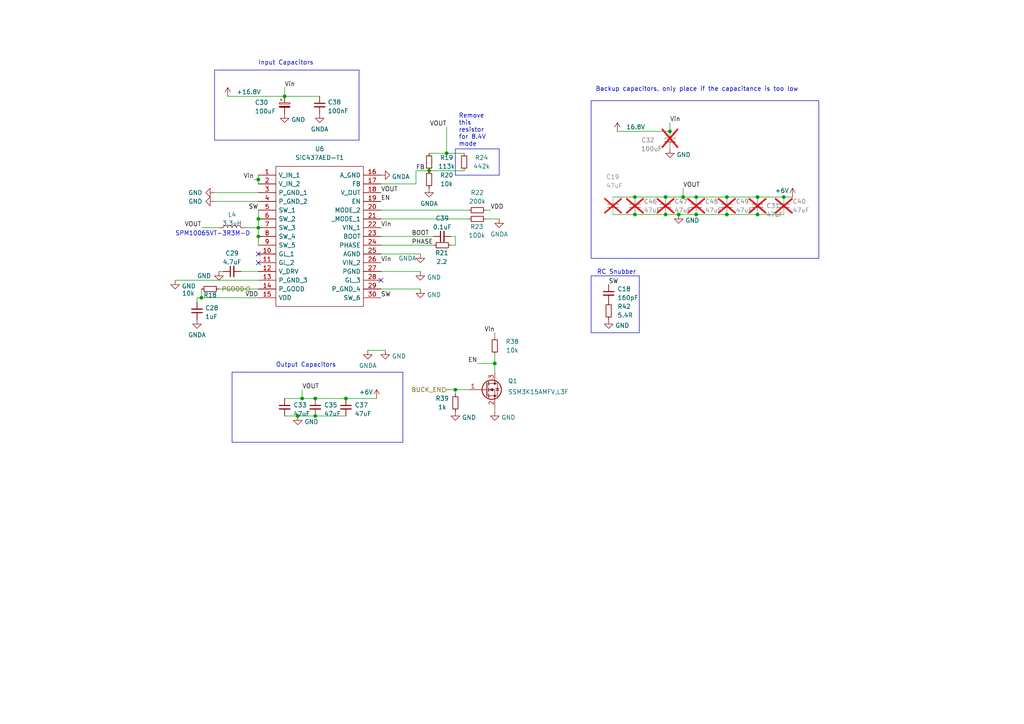
<source format=kicad_sch>
(kicad_sch (version 20231120) (generator "eeschema") (generator_version "8.0")
  (paper "A4")
  (lib_symbols
    (symbol "Device:C_Polarized_Small" (pin_numbers hide) (pin_names (offset 0.254) hide)
      (property "Reference" "C" (at 0.254 1.778 0))
      (property "Value" "C_Polarized_Small" (at 0.254 -2.032 0))
      (symbol "C_Polarized_Small_0_1"
        (rectangle (start -1.524 -0.3048) (end 1.524 -0.6858) (fill (type outline)))
        (rectangle (start -1.524 0.6858) (end 1.524 0.3048))
        (polyline (pts (xy -1.27 1.524) (xy -0.762 1.524)))
        (polyline (pts (xy -1.016 1.27) (xy -1.016 1.778)))
      )
      (symbol "C_Polarized_Small_1_1"
        (pin passive line (at 0 2.54 270) (length 1.8542) (name "~") (number "1"))
        (pin passive line (at 0 -2.54 90) (length 1.8542) (name "~") (number "2"))
      )
    )
    (symbol "Device:C_Small" (pin_numbers hide) (pin_names (offset 0.254) hide)
      (property "Reference" "C" (at 0.254 1.778 0))
      (property "Value" "C_Small" (at 0.254 -2.032 0))
      (symbol "C_Small_0_1"
        (polyline (pts (xy -1.524 -0.508) (xy 1.524 -0.508)) (stroke (width 0.3302)))
        (polyline (pts (xy -1.524 0.508) (xy 1.524 0.508)) (stroke (width 0.3048)))
      )
      (symbol "C_Small_1_1"
        (pin passive line (at 0 2.54 270) (length 2.032) (name "~") (number "1"))
        (pin passive line (at 0 -2.54 90) (length 2.032) (name "~") (number "2"))
      )
    )
    (symbol "Device:L" (pin_numbers hide) (pin_names (offset 1.016) hide)
      (property "Reference" "L" (at -1.27 0 90))
      (property "Value" "L" (at 1.905 0 90))
      (symbol "L_0_1"
        (arc (start 0 -2.54) (mid 0.6323 -1.905) (end 0 -1.27))
        (arc (start 0 -1.27) (mid 0.6323 -0.635) (end 0 0))
        (arc (start 0 0) (mid 0.6323 0.635) (end 0 1.27))
        (arc (start 0 1.27) (mid 0.6323 1.905) (end 0 2.54))
      )
      (symbol "L_1_1"
        (pin passive line (at 0 3.81 270) (length 1.27) (name "1") (number "1"))
        (pin passive line (at 0 -3.81 90) (length 1.27) (name "2") (number "2"))
      )
    )
    (symbol "Device:Q_NMOS_GSD" (pin_names (offset 0) hide)
      (property "Reference" "Q" (at 5.08 1.27 0))
      (property "Value" "Q_NMOS_GSD" (at 5.08 -1.27 0))
      (symbol "Q_NMOS_GSD_0_1"
        (polyline (pts (xy 0.254 0) (xy -2.54 0)))
        (polyline (pts (xy 0.254 1.905) (xy 0.254 -1.905)) (stroke (width 0.254)))
        (polyline (pts (xy 0.762 -1.27) (xy 0.762 -2.286)) (stroke (width 0.254)))
        (polyline (pts (xy 0.762 0.508) (xy 0.762 -0.508)) (stroke (width 0.254)))
        (polyline (pts (xy 0.762 2.286) (xy 0.762 1.27)) (stroke (width 0.254)))
        (polyline (pts (xy 2.54 2.54) (xy 2.54 1.778)))
        (polyline (pts (xy 2.54 -2.54) (xy 2.54 0) (xy 0.762 0)))
        (polyline (pts (xy 0.762 -1.778) (xy 3.302 -1.778) (xy 3.302 1.778) (xy 0.762 1.778)))
        (polyline (pts (xy 1.016 0) (xy 2.032 0.381) (xy 2.032 -0.381) (xy 1.016 0)) (fill (type outline)))
        (polyline (pts (xy 2.794 0.508) (xy 2.921 0.381) (xy 3.683 0.381) (xy 3.81 0.254)))
        (polyline (pts (xy 3.302 0.381) (xy 2.921 -0.254) (xy 3.683 -0.254) (xy 3.302 0.381)))
        (circle (center 1.651 0) (radius 2.794) (stroke (width 0.254)))
        (circle (center 2.54 -1.778) (radius 0.254) (fill (type outline)))
        (circle (center 2.54 1.778) (radius 0.254) (fill (type outline)))
      )
      (symbol "Q_NMOS_GSD_1_1"
        (pin input line (at -5.08 0 0) (length 2.54) (name "G") (number "1"))
        (pin passive line (at 2.54 -5.08 90) (length 2.54) (name "S") (number "2"))
        (pin passive line (at 2.54 5.08 270) (length 2.54) (name "D") (number "3"))
      )
    )
    (symbol "Device:R_Small" (pin_numbers hide) (pin_names (offset 0.254) hide)
      (property "Reference" "R" (at 0.762 0.508 0))
      (property "Value" "R_Small" (at 0.762 -1.016 0))
      (symbol "R_Small_0_1"
        (rectangle (start -0.762 1.778) (end 0.762 -1.778) (stroke (width 0.2032)))
      )
      (symbol "R_Small_1_1"
        (pin passive line (at 0 2.54 270) (length 0.762) (name "~") (number "1"))
        (pin passive line (at 0 -2.54 90) (length 0.762) (name "~") (number "2"))
      )
    )
    (symbol "iclr:SiC437BED-T1-GE3" (pin_names (offset 0.762))
      (property "Reference" "IC" (at 31.75 7.62 0))
      (property "Value" "SiC437BED-T1-GE3" (at 31.75 5.08 0))
      (symbol "SiC437BED-T1-GE3_0_0"
        (pin passive line (at 0 0 0) (length 5.08) (name "V_IN_1") (number "1"))
        (pin passive line (at 0 -22.86 0) (length 5.08) (name "GL_1") (number "10"))
        (pin passive line (at 0 -25.4 0) (length 5.08) (name "GL_2") (number "11"))
        (pin passive line (at 0 -27.94 0) (length 5.08) (name "V_DRV") (number "12"))
        (pin passive line (at 0 -30.48 0) (length 5.08) (name "P_GND_3") (number "13"))
        (pin passive line (at 0 -33.02 0) (length 5.08) (name "P_GOOD") (number "14"))
        (pin passive line (at 0 -35.56 0) (length 5.08) (name "VDD") (number "15"))
        (pin passive line (at 35.56 0 180) (length 5.08) (name "A_GND") (number "16"))
        (pin passive line (at 35.56 -2.54 180) (length 5.08) (name "FB") (number "17"))
        (pin passive line (at 35.56 -5.08 180) (length 5.08) (name "V_OUT") (number "18"))
        (pin passive line (at 35.56 -7.62 180) (length 5.08) (name "EN") (number "19"))
        (pin passive line (at 0 -2.54 0) (length 5.08) (name "V_IN_2") (number "2"))
        (pin passive line (at 35.56 -10.16 180) (length 5.08) (name "MODE_2") (number "20"))
        (pin passive line (at 35.56 -12.7 180) (length 5.08) (name "_MODE_1") (number "21"))
        (pin passive line (at 35.56 -15.24 180) (length 5.08) (name "VIN_1") (number "22"))
        (pin passive line (at 35.56 -17.78 180) (length 5.08) (name "BOOT") (number "23"))
        (pin passive line (at 35.56 -20.32 180) (length 5.08) (name "PHASE") (number "24"))
        (pin passive line (at 35.56 -22.86 180) (length 5.08) (name "AGND") (number "25"))
        (pin passive line (at 35.56 -25.4 180) (length 5.08) (name "VIN_2") (number "26"))
        (pin passive line (at 35.56 -27.94 180) (length 5.08) (name "PGND") (number "27"))
        (pin passive line (at 35.56 -30.48 180) (length 5.08) (name "GL_3") (number "28"))
        (pin passive line (at 35.56 -33.02 180) (length 5.08) (name "P_GND_4") (number "29"))
        (pin passive line (at 0 -5.08 0) (length 5.08) (name "P_GND_1") (number "3"))
        (pin passive line (at 35.56 -35.56 180) (length 5.08) (name "SW_6") (number "30"))
        (pin passive line (at 0 -7.62 0) (length 5.08) (name "P_GND_2") (number "4"))
        (pin passive line (at 0 -10.16 0) (length 5.08) (name "SW_1") (number "5"))
        (pin passive line (at 0 -12.7 0) (length 5.08) (name "SW_2") (number "6"))
        (pin passive line (at 0 -15.24 0) (length 5.08) (name "SW_3") (number "7"))
        (pin passive line (at 0 -17.78 0) (length 5.08) (name "SW_4") (number "8"))
        (pin passive line (at 0 -20.32 0) (length 5.08) (name "SW_5") (number "9"))
      )
      (symbol "SiC437BED-T1-GE3_0_1"
        (polyline (pts (xy 5.08 2.54) (xy 30.48 2.54) (xy 30.48 -38.1) (xy 5.08 -38.1) (xy 5.08 2.54)) (stroke (width 0.1524)))
      )
    )
    (symbol "power:+12V" (power) (pin_names (offset 0))
      (property "Value" "+12V" (at 0 3.556 0))
      (symbol "+12V_0_1"
        (polyline (pts (xy -0.762 1.27) (xy 0 2.54)))
        (polyline (pts (xy 0 0) (xy 0 2.54)))
        (polyline (pts (xy 0 2.54) (xy 0.762 1.27)))
      )
      (symbol "+12V_1_1"
        (pin power_in line (at 0 0 90) (length 0) hide (name "+12V") (number "1"))
      )
    )
    (symbol "power:+6V" (power) (pin_names (offset 0))
      (property "Value" "+6V" (at 0 3.556 0))
      (symbol "+6V_0_1"
        (polyline (pts (xy -0.762 1.27) (xy 0 2.54)))
        (polyline (pts (xy 0 0) (xy 0 2.54)))
        (polyline (pts (xy 0 2.54) (xy 0.762 1.27)))
      )
      (symbol "+6V_1_1"
        (pin power_in line (at 0 0 90) (length 0) hide (name "+6V") (number "1"))
      )
    )
    (symbol "power:GND" (power) (pin_names (offset 0))
      (property "Value" "GND" (at 0 -3.81 0))
      (symbol "GND_0_1"
        (polyline (pts (xy 0 0) (xy 0 -1.27) (xy 1.27 -1.27) (xy 0 -2.54) (xy -1.27 -1.27) (xy 0 -1.27)))
      )
      (symbol "GND_1_1"
        (pin power_in line (at 0 0 270) (length 0) hide (name "GND") (number "1"))
      )
    )
    (symbol "power:GNDA" (power) (pin_names (offset 0))
      (property "Value" "GNDA" (at 0 -3.81 0))
      (symbol "GNDA_0_1"
        (polyline (pts (xy 0 0) (xy 0 -1.27) (xy 1.27 -1.27) (xy 0 -2.54) (xy -1.27 -1.27) (xy 0 -1.27)))
      )
      (symbol "GNDA_1_1"
        (pin power_in line (at 0 0 270) (length 0) hide (name "GNDA") (number "1"))
      )
    )
  )
  (junction (at 91.44 115.57))
  (junction (at 210.82 57.15))
  (junction (at 201.93 57.15))
  (junction (at 74.93 52.07))
  (junction (at 194.31 38.1))
  (junction (at 196.85 62.23))
  (junction (at 193.04 62.23))
  (junction (at 74.93 63.5))
  (junction (at 91.44 120.65))
  (junction (at 100.33 115.57))
  (junction (at 86.36 120.65))
  (junction (at 184.15 57.15))
  (junction (at 87.63 115.57))
  (junction (at 184.15 62.23))
  (junction (at 219.71 62.23))
  (junction (at 132.08 113.03))
  (junction (at 227.33 57.15))
  (junction (at 74.93 68.58))
  (junction (at 129.54 44.45))
  (junction (at 201.93 62.23))
  (junction (at 74.93 66.04))
  (junction (at 210.82 62.23))
  (junction (at 198.12 57.15))
  (junction (at 193.04 57.15))
  (junction (at 143.51 105.41))
  (junction (at 124.46 49.53))
  (junction (at 219.71 57.15))
  (junction (at 82.55 27.94))
  (junction (at 58.42 86.36))
  (no_connect (at 74.93 76.2))
  (no_connect (at 74.93 73.66))
  (no_connect (at 110.49 81.28))
  (wire (pts (xy 87.63 113.03) (xy 87.63 115.57)))
  (wire (pts (xy 140.97 63.5) (xy 144.78 63.5)))
  (wire (pts (xy 58.42 86.36) (xy 74.93 86.36)))
  (wire (pts (xy 82.55 25.4) (xy 82.55 27.94)))
  (wire (pts (xy 82.55 120.65) (xy 86.36 120.65)))
  (polyline (pts (xy 144.78 43.18) (xy 144.78 50.8)))
  (wire (pts (xy 87.63 115.57) (xy 91.44 115.57)))
  (wire (pts (xy 57.15 86.36) (xy 57.15 87.63)))
  (polyline (pts (xy 116.84 128.27) (xy 67.31 128.27)))
  (wire (pts (xy 143.51 97.79) (xy 143.51 96.52)))
  (polyline (pts (xy 69.85 107.95) (xy 116.84 107.95)))
  (wire (pts (xy 110.49 53.34) (xy 120.65 53.34)))
  (wire (pts (xy 229.87 57.15) (xy 227.33 57.15)))
  (wire (pts (xy 210.82 62.23) (xy 219.71 62.23)))
  (wire (pts (xy 143.51 107.95) (xy 143.51 105.41)))
  (wire (pts (xy 74.93 60.96) (xy 74.93 63.5)))
  (polyline (pts (xy 64.77 20.32) (xy 104.14 20.32)))
  (wire (pts (xy 58.42 83.82) (xy 58.42 86.36)))
  (wire (pts (xy 71.12 66.04) (xy 74.93 66.04)))
  (wire (pts (xy 179.07 38.1) (xy 194.31 38.1)))
  (wire (pts (xy 132.08 113.03) (xy 135.89 113.03)))
  (wire (pts (xy 177.8 57.15) (xy 184.15 57.15)))
  (wire (pts (xy 193.04 62.23) (xy 196.85 62.23)))
  (wire (pts (xy 86.36 120.65) (xy 91.44 120.65)))
  (wire (pts (xy 121.92 83.82) (xy 110.49 83.82)))
  (wire (pts (xy 74.93 50.8) (xy 74.93 52.07)))
  (wire (pts (xy 219.71 62.23) (xy 227.33 62.23)))
  (wire (pts (xy 194.31 35.56) (xy 194.31 38.1)))
  (polyline (pts (xy 67.31 107.95) (xy 69.85 107.95)))
  (wire (pts (xy 120.65 49.53) (xy 120.65 53.34)))
  (wire (pts (xy 74.93 68.58) (xy 74.93 71.12)))
  (wire (pts (xy 129.54 44.45) (xy 134.62 44.45)))
  (polyline (pts (xy 132.08 43.18) (xy 144.78 43.18)))
  (wire (pts (xy 201.93 62.23) (xy 210.82 62.23)))
  (wire (pts (xy 66.04 27.94) (xy 82.55 27.94)))
  (wire (pts (xy 129.54 113.03) (xy 132.08 113.03)))
  (wire (pts (xy 100.33 115.57) (xy 109.22 115.57)))
  (wire (pts (xy 210.82 57.15) (xy 219.71 57.15)))
  (wire (pts (xy 63.5 83.82) (xy 74.93 83.82)))
  (wire (pts (xy 63.5 78.74) (xy 64.77 78.74)))
  (wire (pts (xy 121.92 78.74) (xy 110.49 78.74)))
  (wire (pts (xy 227.33 57.15) (xy 219.71 57.15)))
  (wire (pts (xy 82.55 27.94) (xy 92.71 27.94)))
  (wire (pts (xy 143.51 119.38) (xy 143.51 118.11)))
  (wire (pts (xy 106.68 101.6) (xy 111.76 101.6)))
  (wire (pts (xy 62.23 55.88) (xy 74.93 55.88)))
  (wire (pts (xy 120.65 49.53) (xy 124.46 49.53)))
  (wire (pts (xy 140.97 60.96) (xy 142.24 60.96)))
  (wire (pts (xy 91.44 120.65) (xy 100.33 120.65)))
  (wire (pts (xy 74.93 63.5) (xy 74.93 66.04)))
  (wire (pts (xy 58.42 86.36) (xy 57.15 86.36)))
  (wire (pts (xy 138.43 105.41) (xy 143.51 105.41)))
  (polyline (pts (xy 67.31 128.27) (xy 67.31 107.95)))
  (wire (pts (xy 50.8 81.28) (xy 74.93 81.28)))
  (wire (pts (xy 132.08 68.58) (xy 132.08 71.12)))
  (wire (pts (xy 73.66 52.07) (xy 74.93 52.07)))
  (wire (pts (xy 193.04 57.15) (xy 198.12 57.15)))
  (wire (pts (xy 74.93 52.07) (xy 74.93 53.34)))
  (polyline (pts (xy 62.23 20.32) (xy 64.77 20.32)))
  (wire (pts (xy 91.44 115.57) (xy 100.33 115.57)))
  (wire (pts (xy 143.51 102.87) (xy 143.51 105.41)))
  (wire (pts (xy 69.85 78.74) (xy 74.93 78.74)))
  (wire (pts (xy 177.8 62.23) (xy 184.15 62.23)))
  (wire (pts (xy 110.49 68.58) (xy 125.73 68.58)))
  (wire (pts (xy 62.23 58.42) (xy 74.93 58.42)))
  (wire (pts (xy 129.54 44.45) (xy 124.46 44.45)))
  (polyline (pts (xy 62.23 40.64) (xy 62.23 20.32)))
  (polyline (pts (xy 132.08 43.18) (xy 132.08 50.8)))
  (wire (pts (xy 198.12 54.61) (xy 198.12 57.15)))
  (polyline (pts (xy 116.84 107.95) (xy 116.84 128.27)))
  (wire (pts (xy 121.92 73.66) (xy 110.49 73.66)))
  (wire (pts (xy 196.85 62.23) (xy 201.93 62.23)))
  (polyline (pts (xy 104.14 40.64) (xy 62.23 40.64)))
  (wire (pts (xy 58.42 66.04) (xy 63.5 66.04)))
  (wire (pts (xy 132.08 114.3) (xy 132.08 113.03)))
  (wire (pts (xy 135.89 63.5) (xy 110.49 63.5)))
  (wire (pts (xy 110.49 71.12) (xy 125.73 71.12)))
  (wire (pts (xy 135.89 60.96) (xy 110.49 60.96)))
  (wire (pts (xy 132.08 68.58) (xy 130.81 68.58)))
  (wire (pts (xy 124.46 49.53) (xy 134.62 49.53)))
  (wire (pts (xy 198.12 57.15) (xy 201.93 57.15)))
  (wire (pts (xy 201.93 57.15) (xy 210.82 57.15)))
  (polyline (pts (xy 144.78 50.8) (xy 132.08 50.8)))
  (wire (pts (xy 129.54 36.83) (xy 129.54 44.45)))
  (wire (pts (xy 132.08 71.12) (xy 130.81 71.12)))
  (polyline (pts (xy 104.14 20.32) (xy 104.14 40.64)))
  (wire (pts (xy 82.55 115.57) (xy 87.63 115.57)))
  (wire (pts (xy 184.15 57.15) (xy 193.04 57.15)))
  (wire (pts (xy 74.93 66.04) (xy 74.93 68.58)))
  (wire (pts (xy 184.15 62.23) (xy 193.04 62.23)))
  (rectangle (start 171.45 29.21) (end 237.49 74.93))
  (rectangle (start 171.45 80.01) (end 185.42 96.52))
  (text_box "Remove this resistor for 8.4V mode" (at 132.08 31.75 0) (size 12.7 7.62) (stroke (width -0.0001)) (effects (font (size 1.27 1.27)) (justify left top)))
  (text "Backup capacitors, only place if the capacitance is too low\n" (at 172.72 26.67 0) (effects (font (size 1.27 1.27)) (justify left bottom)))
  (text "RC Snubber" (at 178.816 78.994 0) (effects (font (size 1.27 1.27))))
  (text "SPM10065VT-3R3M-D" (at 50.8 68.58 0) (effects (font (size 1.27 1.27)) (justify left bottom)))
  (text "Input Capacitors\n" (at 74.93 19.05 0) (effects (font (size 1.27 1.27)) (justify left bottom)))
  (text "Output Capacitors\n" (at 80.01 106.68 0) (effects (font (size 1.27 1.27)) (justify left bottom)))
  (label "VDD" (at 142.24 60.96 0))
  (label "VOUT" (at 87.63 113.03 0))
  (label "Vin" (at 110.49 76.2 0))
  (label "EN" (at 110.49 58.42 0))
  (label "SW" (at 74.93 60.96 180))
  (label "VOUT" (at 129.54 36.83 180))
  (label "PHASE" (at 119.38 71.12 0))
  (label "VOUT" (at 58.42 66.04 180))
  (label "SW" (at 176.53 82.55 0))
  (label "Vin" (at 110.49 66.04 0))
  (label "EN" (at 138.43 105.41 180))
  (label "FB" (at 120.65 49.53 0))
  (label "BOOT" (at 124.46 68.58 180))
  (label "Vin" (at 143.51 96.52 180))
  (label "SW" (at 110.49 86.36 0))
  (label "Vin" (at 194.31 35.56 0))
  (label "Vin" (at 82.55 25.4 0))
  (label "VOUT" (at 110.49 55.88 0))
  (label "VOUT" (at 198.12 54.61 0))
  (label "VDD" (at 74.93 86.36 180))
  (label "Vin" (at 73.66 52.07 180))
  (hierarchical_label "BUCK_EN" (shape input) (at 129.54 113.03 180))
  (hierarchical_label "PGOOD" (shape output) (at 72.39 83.82 180))
  (symbol (lib_id "Device:C_Small") (at 210.82 59.69 0) (unit 1) (dnp yes)
    (property "Reference" "C49" (at 213.36 58.4262 0) (effects (justify left)))
    (property "Value" "47uF" (at 213.36 60.9662 0) (effects (justify left)))
    (property "Footprint" "Capacitor_SMD:C_1206_3216Metric" (effects (hide yes)))
  )
  (symbol (lib_id "power:GNDA") (at 57.15 92.71 0) (unit 1)
    (property "Reference" "#PWR058" (effects (hide yes)))
    (property "Value" "GNDA" (at 57.15 97.1534 0))
  )
  (symbol (lib_id "power:+12V") (at 179.07 38.1 0) (unit 1)
    (property "Reference" "#PWR075" (effects (hide yes)))
    (property "Value" "16.8V" (at 181.61 36.8299 0) (effects (justify left)))
  )
  (symbol (lib_id "Device:R_Small") (at 124.46 46.99 180) (unit 1)
    (property "Reference" "R19" (at 129.54 45.72 0))
    (property "Value" "113k" (at 129.54 48.2569 0))
    (property "Footprint" "Resistor_SMD:R_0402_1005Metric" (effects (hide yes)))
    (property "MPN" "ERJ-2RKF1133X" (effects (hide yes)))
  )
  (symbol (lib_id "power:GNDA") (at 124.46 54.61 0) (unit 1)
    (property "Reference" "#PWR071" (effects (hide yes)))
    (property "Value" "GNDA" (at 124.46 59.0534 0))
  )
  (symbol (lib_id "power:GND") (at 132.08 119.38 0) (unit 1)
    (property "Reference" "#PWR085" (effects (hide yes)))
    (property "Value" "GND" (at 133.985 121.0838 0) (effects (justify left)))
  )
  (symbol (lib_id "power:GND") (at 121.92 83.82 0) (unit 1)
    (property "Reference" "#PWR070" (effects (hide yes)))
    (property "Value" "GND" (at 123.825 85.5238 0) (effects (justify left)))
  )
  (symbol (lib_id "power:+12V") (at 66.04 27.94 0) (unit 1)
    (property "Reference" "#PWR062" (effects (hide yes)))
    (property "Value" "+16.8V" (at 68.58 26.6699 0) (effects (justify left)))
  )
  (symbol (lib_id "power:GND") (at 50.8 81.28 0) (unit 1)
    (property "Reference" "#PWR057" (effects (hide yes)))
    (property "Value" "GND" (at 52.705 82.9838 0) (effects (justify left)))
  )
  (symbol (lib_id "power:GNDA") (at 144.78 63.5 0) (unit 1)
    (property "Reference" "#PWR080" (effects (hide yes)))
    (property "Value" "GNDA" (at 144.78 67.9434 0))
  )
  (symbol (lib_id "Device:C_Small") (at 82.55 118.11 0) (unit 1)
    (property "Reference" "C33" (at 85.09 117.4813 0) (effects (justify left)))
    (property "Value" "47uF" (at 85.09 120.0213 0) (effects (justify left)))
    (property "Footprint" "Capacitor_SMD:C_1206_3216Metric" (effects (hide yes)))
  )
  (symbol (lib_id "Device:R_Small") (at 143.51 100.33 180) (unit 1)
    (property "Reference" "R38" (at 148.59 99.0631 0))
    (property "Value" "10k" (at 148.59 101.6 0))
    (property "Footprint" "Resistor_SMD:R_0402_1005Metric" (effects (hide yes)))
  )
  (symbol (lib_id "Device:C_Small") (at 100.33 118.11 0) (unit 1)
    (property "Reference" "C37" (at 102.87 117.4813 0) (effects (justify left)))
    (property "Value" "47uF" (at 102.87 120.0213 0) (effects (justify left)))
    (property "Footprint" "Capacitor_SMD:C_1206_3216Metric" (effects (hide yes)))
  )
  (symbol (lib_id "power:GND") (at 62.23 58.42 270) (unit 1)
    (property "Reference" "#PWR060" (effects (hide yes)))
    (property "Value" "GND" (at 54.61 58.42 90) (effects (justify left)))
  )
  (symbol (lib_id "Device:R_Small") (at 134.62 46.99 180) (unit 1)
    (property "Reference" "R24" (at 139.7 45.72 0))
    (property "Value" "442k" (at 139.7 48.2569 0))
    (property "Footprint" "Resistor_SMD:R_0402_1005Metric" (effects (hide yes)))
    (property "MPN" " ERJ-2RKF4423X " (effects (hide yes)))
  )
  (symbol (lib_id "Device:C_Polarized_Small") (at 82.55 30.48 0) (unit 1)
    (property "Reference" "C30" (at 73.914 29.718 0) (effects (justify left)))
    (property "Value" "100uF" (at 73.914 32.258 0) (effects (justify left)))
    (property "Footprint" "Capacitor_Tantalum_SMD:CP_EIA-7360-38_Kemet-E" (effects (hide yes)))
    (property "Description" "Polarized capacitor, small symbol" (effects (hide yes)))
    (property "MPN" "T52M1107M035C0100" (effects (hide yes)))
  )
  (symbol (lib_id "power:+6V") (at 229.87 57.15 0) (unit 1)
    (property "Reference" "#PWR078" (effects (hide yes)))
    (property "Value" "+6V" (at 226.8053 55.2778 0))
  )
  (symbol (lib_id "Device:C_Small") (at 67.31 78.74 90) (unit 1)
    (property "Reference" "C29" (at 67.3163 73.4781 90))
    (property "Value" "4.7uF" (at 67.3163 76.015 90))
    (property "Footprint" "Capacitor_SMD:C_0402_1005Metric" (effects (hide yes)))
  )
  (symbol (lib_id "power:GND") (at 121.92 78.74 0) (unit 1)
    (property "Reference" "#PWR069" (effects (hide yes)))
    (property "Value" "GND" (at 123.825 80.4438 0) (effects (justify left)))
  )
  (symbol (lib_id "power:GND") (at 86.36 120.65 0) (unit 1)
    (property "Reference" "#PWR064" (effects (hide yes)))
    (property "Value" "GND" (at 88.265 122.3538 0) (effects (justify left)))
  )
  (symbol (lib_id "power:GNDA") (at 92.71 33.02 0) (unit 1)
    (property "Reference" "#PWR065" (effects (hide yes)))
    (property "Value" "GNDA" (at 92.71 37.4634 0))
  )
  (symbol (lib_id "Device:R_Small") (at 138.43 63.5 90) (unit 1)
    (property "Reference" "R23" (at 138.3045 65.732 90))
    (property "Value" "100k" (at 138.3045 68.2689 90))
    (property "Footprint" "Resistor_SMD:R_0402_1005Metric" (effects (hide yes)))
  )
  (symbol (lib_id "Device:C_Small") (at 176.53 85.09 0) (unit 1)
    (property "Reference" "C18" (at 179.07 83.8262 0) (effects (justify left)))
    (property "Value" "160pF" (at 179.07 86.3662 0) (effects (justify left)))
    (property "Footprint" "Capacitor_SMD:C_0603_1608Metric" (effects (hide yes)))
    (property "Description" "Unpolarized capacitor, small symbol" (effects (hide yes)))
  )
  (symbol (lib_id "Device:R_Small") (at 132.08 116.84 180) (unit 1)
    (property "Reference" "R39" (at 128.27 115.57 0))
    (property "Value" "1k" (at 128.27 118.1069 0))
    (property "Footprint" "Resistor_SMD:R_0402_1005Metric" (effects (hide yes)))
  )
  (symbol (lib_id "Device:C_Small") (at 227.33 59.69 0) (unit 1) (dnp yes)
    (property "Reference" "C40" (at 229.87 58.4262 0) (effects (justify left)))
    (property "Value" "47uF" (at 229.87 60.9662 0) (effects (justify left)))
    (property "Footprint" "Capacitor_SMD:C_1206_3216Metric" (effects (hide yes)))
  )
  (symbol (lib_id "power:GND") (at 196.85 62.23 0) (unit 1)
    (property "Reference" "#PWR077" (effects (hide yes)))
    (property "Value" "GND" (at 198.755 63.9338 0) (effects (justify left)))
  )
  (symbol (lib_id "Device:C_Small") (at 177.8 59.69 180) (unit 1) (dnp yes)
    (property "Reference" "C19" (at 175.768 51.308 0) (effects (justify right)))
    (property "Value" "47uF" (at 175.768 53.848 0) (effects (justify right)))
    (property "Footprint" "Capacitor_SMD:C_1206_3216Metric" (effects (hide yes)))
  )
  (symbol (lib_id "power:+6V") (at 109.22 115.57 0) (unit 1)
    (property "Reference" "#PWR066" (effects (hide yes)))
    (property "Value" "+6V" (at 106.1553 113.6978 0))
  )
  (symbol (lib_id "Device:R_Small") (at 176.53 90.17 0) (unit 1)
    (property "Reference" "R42" (at 179.07 88.8999 0) (effects (justify left)))
    (property "Value" "5.4R" (at 179.07 91.4399 0) (effects (justify left)))
    (property "Footprint" "Resistor_SMD:R_0603_1608Metric" (effects (hide yes)))
    (property "Description" "Resistor, small symbol" (effects (hide yes)))
  )
  (symbol (lib_id "power:GNDA") (at 106.68 101.6 0) (mirror y) (unit 1)
    (property "Reference" "#PWR072" (effects (hide yes)))
    (property "Value" "GNDA" (at 106.68 106.0434 0))
  )
  (symbol (lib_id "power:GNDA") (at 110.49 50.8 90) (unit 1)
    (property "Reference" "#PWR067" (effects (hide yes)))
    (property "Value" "GNDA" (at 113.665 51.2338 90) (effects (justify right)))
  )
  (symbol (lib_id "Device:C_Small") (at 201.93 59.69 0) (unit 1) (dnp yes)
    (property "Reference" "C48" (at 204.47 58.4262 0) (effects (justify left)))
    (property "Value" "47uF" (at 204.47 60.9662 0) (effects (justify left)))
    (property "Footprint" "Capacitor_SMD:C_1206_3216Metric" (effects (hide yes)))
  )
  (symbol (lib_id "power:GND") (at 82.55 33.02 0) (unit 1)
    (property "Reference" "#PWR063" (effects (hide yes)))
    (property "Value" "GND" (at 84.455 34.7238 0) (effects (justify left)))
  )
  (symbol (lib_id "power:GND") (at 111.76 101.6 0) (unit 1)
    (property "Reference" "#PWR073" (effects (hide yes)))
    (property "Value" "GND" (at 113.665 103.3038 0) (effects (justify left)))
  )
  (symbol (lib_id "Device:C_Small") (at 91.44 118.11 0) (unit 1)
    (property "Reference" "C35" (at 93.98 117.4813 0) (effects (justify left)))
    (property "Value" "47uF" (at 93.98 120.0213 0) (effects (justify left)))
    (property "Footprint" "Capacitor_SMD:C_1206_3216Metric" (effects (hide yes)))
  )
  (symbol (lib_id "Device:C_Small") (at 184.15 59.69 0) (unit 1) (dnp yes)
    (property "Reference" "C46" (at 186.69 58.4262 0) (effects (justify left)))
    (property "Value" "47uF" (at 186.69 60.9662 0) (effects (justify left)))
    (property "Footprint" "Capacitor_SMD:C_1206_3216Metric" (effects (hide yes)))
  )
  (symbol (lib_id "Device:L") (at 67.31 66.04 90) (unit 1)
    (property "Reference" "L4" (at 67.31 62.23 90))
    (property "Value" "3.3uH" (at 67.31 64.77 90))
    (property "Footprint" "iclr:IND_SPM10065VT-3R3M-D" (effects (hide yes)))
    (property "MPN" "SPM10065VT-3R3M-D" (effects (hide yes)))
  )
  (symbol (lib_id "Device:C_Small") (at 219.71 59.69 0) (unit 1) (dnp yes)
    (property "Reference" "C31" (at 222.25 59.69 0) (effects (justify left)))
    (property "Value" "47uF" (at 222.25 62.23 0) (effects (justify left)))
    (property "Footprint" "Capacitor_SMD:C_1206_3216Metric" (effects (hide yes)))
  )
  (symbol (lib_id "power:GND") (at 143.51 119.38 0) (unit 1)
    (property "Reference" "#PWR084" (effects (hide yes)))
    (property "Value" "GND" (at 145.415 121.0838 0) (effects (justify left)))
  )
  (symbol (lib_id "power:GND") (at 63.5 78.74 0) (unit 1)
    (property "Reference" "#PWR061" (effects (hide yes)))
    (property "Value" "GND" (at 57.15 80.01 0) (effects (justify left)))
  )
  (symbol (lib_id "iclr:SiC437BED-T1-GE3") (at 74.93 50.8 0) (unit 1)
    (property "Reference" "U6" (at 92.71 43.18 0))
    (property "Value" "SiC437AED-T1" (at 92.71 45.72 0))
    (property "Footprint" "iclr:SiC437BEDT1GE3" (effects (hide yes)))
    (property "Datasheet" "https://componentsearchengine.com/Datasheets/1/SiC437BED-T1-GE3.pdf" (effects (hide yes)))
    (property "Description" "Switching Voltage Regulators 3-28V 12A 50uA microBUCK MLP44-24" (effects (hide yes)))
    (property "Height" "0.8" (effects (hide yes)))
    (property "Manufacturer_Name" "Vishay" (effects (hide yes)))
    (property "Manufacturer_Part_Number" "SiC437BED-T1-GE3" (effects (hide yes)))
    (property "Mouser Part Number" "78-SIC437BED-T1-GE3" (effects (hide yes)))
    (property "Mouser Price/Stock" "https://www.mouser.co.uk/ProductDetail/Vishay-Siliconix/SiC437BED-T1-GE3?qs=chTDxNqvsyntp1SKlnHzGA%3D%3D" (effects (hide yes)))
    (property "Arrow Part Number" "SIC437BED-T1-GE3" (effects (hide yes)))
    (property "Arrow Price/Stock" "https://www.arrow.com/en/products/sic437bed-t1-ge3/vishay" (effects (hide yes)))
  )
  (symbol (lib_id "Device:C_Small") (at 193.04 59.69 0) (unit 1) (dnp yes)
    (property "Reference" "C47" (at 195.58 58.4262 0) (effects (justify left)))
    (property "Value" "47uF" (at 195.58 60.9662 0) (effects (justify left)))
    (property "Footprint" "Capacitor_SMD:C_1206_3216Metric" (effects (hide yes)))
  )
  (symbol (lib_id "Device:R_Small") (at 124.46 52.07 180) (unit 1)
    (property "Reference" "R20" (at 129.54 50.8031 0))
    (property "Value" "10k" (at 129.54 53.34 0))
    (property "Footprint" "Resistor_SMD:R_0402_1005Metric" (effects (hide yes)))
  )
  (symbol (lib_id "Device:Q_NMOS_GSD") (at 140.97 113.03 0) (unit 1)
    (property "Reference" "Q1" (at 147.32 110.49 0) (effects (justify left)))
    (property "Value" "SSM3K15AMFV,L3F" (at 147.32 113.665 0) (effects (justify left)))
    (property "Footprint" "iclr:SOT-723" (effects (hide yes)))
  )
  (symbol (lib_id "Device:C_Polarized_Small") (at 194.31 40.64 0) (unit 1) (dnp yes)
    (property "Reference" "C32" (at 185.928 40.64 0) (effects (justify left)))
    (property "Value" "100uF" (at 185.928 43.18 0) (effects (justify left)))
    (property "Footprint" "Capacitor_Tantalum_SMD:CP_EIA-7360-38_Kemet-E" (effects (hide yes)))
    (property "Description" "Polarized capacitor, small symbol" (effects (hide yes)))
    (property "MPN" "T52M1107M035C0100" (effects (hide yes)))
  )
  (symbol (lib_id "power:GND") (at 176.53 92.71 0) (unit 1)
    (property "Reference" "#PWR034" (effects (hide yes)))
    (property "Value" "GND" (at 178.435 94.4138 0) (effects (justify left)))
  )
  (symbol (lib_id "Device:R_Small") (at 60.96 83.82 90) (unit 1)
    (property "Reference" "R18" (at 60.96 85.598 90))
    (property "Value" "10k" (at 54.61 85.0869 90))
    (property "Footprint" "Resistor_SMD:R_0402_1005Metric" (effects (hide yes)))
  )
  (symbol (lib_id "power:GND") (at 62.23 55.88 270) (unit 1)
    (property "Reference" "#PWR059" (effects (hide yes)))
    (property "Value" "GND" (at 54.61 55.88 90) (effects (justify left)))
  )
  (symbol (lib_id "Device:R_Small") (at 128.27 71.12 90) (unit 1)
    (property "Reference" "R21" (at 128.1445 73.352 90))
    (property "Value" "2.2" (at 128.1445 75.8889 90))
    (property "Footprint" "Resistor_SMD:R_0402_1005Metric" (effects (hide yes)))
  )
  (symbol (lib_id "Device:C_Small") (at 92.71 30.48 0) (unit 1)
    (property "Reference" "C38" (at 95.0341 29.6516 0) (effects (justify left)))
    (property "Value" "100nF" (at 95.0341 32.1885 0) (effects (justify left)))
    (property "Footprint" "Capacitor_SMD:C_0402_1005Metric" (effects (hide yes)))
  )
  (symbol (lib_id "power:GND") (at 194.31 43.18 0) (unit 1)
    (property "Reference" "#PWR076" (effects (hide yes)))
    (property "Value" "GND" (at 196.215 44.8838 0) (effects (justify left)))
  )
  (symbol (lib_id "Device:C_Small") (at 57.15 90.17 180) (unit 1)
    (property "Reference" "C28" (at 59.4741 89.3289 0) (effects (justify right)))
    (property "Value" "1uF" (at 59.4741 91.8658 0) (effects (justify right)))
    (property "Footprint" "Capacitor_SMD:C_0402_1005Metric" (effects (hide yes)))
  )
  (symbol (lib_id "Device:R_Small") (at 138.43 60.96 90) (unit 1)
    (property "Reference" "R22" (at 138.43 55.88 90))
    (property "Value" "200k" (at 138.43 58.4169 90))
    (property "Footprint" "Resistor_SMD:R_0402_1005Metric" (effects (hide yes)))
  )
  (symbol (lib_id "power:GNDA") (at 121.92 73.66 0) (unit 1)
    (property "Reference" "#PWR068" (effects (hide yes)))
    (property "Value" "GNDA" (at 115.57 74.93 0) (effects (justify left)))
  )
  (symbol (lib_id "Device:C_Small") (at 128.27 68.58 90) (unit 1)
    (property "Reference" "C39" (at 128.2763 63.3181 90))
    (property "Value" "0.1uF" (at 128.2763 65.855 90))
    (property "Footprint" "Capacitor_SMD:C_0402_1005Metric" (effects (hide yes)))
  )
)
</source>
